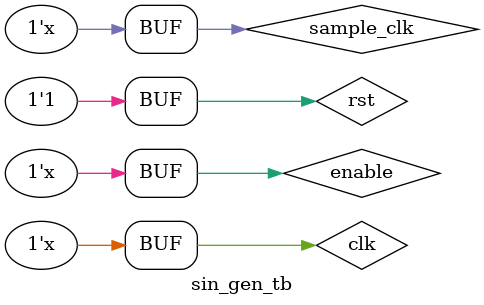
<source format=v>
module sin_gen(
	input clk,
	input sample_clk,
	input rst,
	input enable,
	output reg [7:0]out,
	output reg new_period,
	output reg start_conv,
	output reg phaze
);

reg [7:0]cnt;

reg sample_p;

always @(posedge clk)
begin
  if (rst)
  begin
		if(sample_p!=sample_clk)
		begin
			if((sample_clk==1'b1) && (enable==1'b1))
			begin
				cnt=cnt+1'b1;
			end
			sample_p=sample_clk;
		end
	
		
    case (cnt)

		8'd0:
		 begin
		 out<=8'd128;
		 start_conv<=1'b1;
		 new_period<=1'b1;
		 phaze<=1'b1;
		 end
		8'd1:
		 begin
		 out<=8'd131;
		 start_conv<=1'b0;
		 new_period<=1'b0;
		 end
		8'd2: out<=8'd134;
		8'd3: out<=8'd137;
		8'd4: out<=8'd140;
		8'd5: out<=8'd144;
		8'd6: out<=8'd147;
		8'd7: out<=8'd150;
		8'd8:
		 begin
		 out<=8'd153;
		 start_conv<=1'b1;
		 end
		8'd9:
		 begin
		 out<=8'd156;
		 start_conv<=1'b0;
		 end
		8'd10: out<=8'd159;
		8'd11: out<=8'd162;
		8'd12: out<=8'd165;
		8'd13: out<=8'd168;
		8'd14: out<=8'd171;
		8'd15: out<=8'd174;
		8'd16:
		 begin
		 out<=8'd177;
		 start_conv<=1'b1;
		 end
		8'd17:
		 begin
		 out<=8'd179;
		 start_conv<=1'b0;
		 end
		8'd18: out<=8'd182;
		8'd19: out<=8'd185;
		8'd20: out<=8'd188;
		8'd21: out<=8'd191;
		8'd22: out<=8'd193;
		8'd23: out<=8'd196;
		8'd24:
		 begin
		 out<=8'd199;
		 start_conv<=1'b1;
		 end
		8'd25:
		 begin
		 out<=8'd201;
		 start_conv<=1'b0;
		 end
		8'd26: out<=8'd204;
		8'd27: out<=8'd206;
		8'd28: out<=8'd209;
		8'd29: out<=8'd211;
		8'd30: out<=8'd213;
		8'd31: out<=8'd216;
		8'd32:
		 begin
		 out<=8'd218;
		 start_conv<=1'b1;
		 end
		8'd33:
		 begin
		 out<=8'd220;
		 start_conv<=1'b0;
		 end
		8'd34: out<=8'd222;
		8'd35: out<=8'd224;
		8'd36: out<=8'd226;
		8'd37: out<=8'd228;
		8'd38: out<=8'd230;
		8'd39: out<=8'd232;
		8'd40:
		 begin
		 out<=8'd234;
		 start_conv<=1'b1;
		 end
		8'd41:
		 begin
		 out<=8'd235;
		 start_conv<=1'b0;
		 end
		8'd42: out<=8'd237;
		8'd43: out<=8'd239;
		8'd44: out<=8'd240;
		8'd45: out<=8'd241;
		8'd46: out<=8'd243;
		8'd47: out<=8'd244;
		8'd48:
		 begin
		 out<=8'd245;
		 start_conv<=1'b1;
		 end
		8'd49:
		 begin
		 out<=8'd246;
		 start_conv<=1'b0;
		 end
		8'd50: out<=8'd248;
		8'd51: out<=8'd249;
		8'd52: out<=8'd250;
		8'd53: out<=8'd250;
		8'd54: out<=8'd251;
		8'd55: out<=8'd252;
		8'd56:
		 begin
		 out<=8'd253;
		 start_conv<=1'b1;
		 end
		8'd57:
		 begin
		 out<=8'd253;
		 start_conv<=1'b0;
		 end
		8'd58: out<=8'd254;
		8'd59: out<=8'd254;
		8'd60: out<=8'd254;
		8'd61: out<=8'd255;
		8'd62: out<=8'd255;
		8'd63: out<=8'd255;
		8'd64:
		 begin
		 out<=8'd255;
		 start_conv<=1'b1;
		 end
		8'd65:
		 begin
		 out<=8'd255;
		 start_conv<=1'b0;
		 end
		8'd66: out<=8'd255;
		8'd67: out<=8'd255;
		8'd68: out<=8'd254;
		8'd69: out<=8'd254;
		8'd70: out<=8'd254;
		8'd71: out<=8'd253;
		8'd72:
		 begin
		 out<=8'd253;
		 start_conv<=1'b1;
		 end
		8'd73:
		 begin
		 out<=8'd252;
		 start_conv<=1'b0;
		 end
		8'd74: out<=8'd251;
		8'd75: out<=8'd250;
		8'd76: out<=8'd250;
		8'd77: out<=8'd249;
		8'd78: out<=8'd248;
		8'd79: out<=8'd246;
		8'd80:
		 begin
		 out<=8'd245;
		 start_conv<=1'b1;
		 end
		8'd81:
		 begin
		 out<=8'd244;
		 start_conv<=1'b0;
		 end
		8'd82: out<=8'd243;
		8'd83: out<=8'd241;
		8'd84: out<=8'd240;
		8'd85: out<=8'd239;
		8'd86: out<=8'd237;
		8'd87: out<=8'd235;
		8'd88:
		 begin
		 out<=8'd234;
		 start_conv<=1'b1;
		 end
		8'd89:
		 begin
		 out<=8'd232;
		 start_conv<=1'b0;
		 end
		8'd90: out<=8'd230;
		8'd91: out<=8'd228;
		8'd92: out<=8'd226;
		8'd93: out<=8'd224;
		8'd94: out<=8'd222;
		8'd95: out<=8'd220;
		8'd96:
		 begin
		 out<=8'd218;
		 start_conv<=1'b1;
		 end
		8'd97:
		 begin
		 out<=8'd216;
		 start_conv<=1'b0;
		 end
		8'd98: out<=8'd213;
		8'd99: out<=8'd211;
		8'd100: out<=8'd209;
		8'd101: out<=8'd206;
		8'd102: out<=8'd204;
		8'd103: out<=8'd201;
		8'd104:
		 begin
		 out<=8'd199;
		 start_conv<=1'b1;
		 end
		8'd105:
		 begin
		 out<=8'd196;
		 start_conv<=1'b0;
		 end
		8'd106: out<=8'd193;
		8'd107: out<=8'd191;
		8'd108: out<=8'd188;
		8'd109: out<=8'd185;
		8'd110: out<=8'd182;
		8'd111: out<=8'd179;
		8'd112:
		 begin
		 out<=8'd177;
		 start_conv<=1'b1;
		 end
		8'd113:
		 begin
		 out<=8'd174;
		 start_conv<=1'b0;
		 end
		8'd114: out<=8'd171;
		8'd115: out<=8'd168;
		8'd116: out<=8'd165;
		8'd117: out<=8'd162;
		8'd118: out<=8'd159;
		8'd119: out<=8'd156;
		8'd120:
		 begin
		 out<=8'd153;
		 start_conv<=1'b1;
		 end
		8'd121:
		 begin
		 out<=8'd150;
		 start_conv<=1'b0;
		 end
		8'd122: out<=8'd147;
		8'd123: out<=8'd144;
		8'd124: out<=8'd140;
		8'd125: out<=8'd137;
		8'd126: out<=8'd134;
		8'd127: out<=8'd131;
		8'd128:
		 begin
		 out<=8'd128;
		 start_conv<=1'b1;
		 phaze<=1'b0;
		 end
		8'd129:
		 begin
		 out<=8'd125;
		 start_conv<=1'b0;
		 end
		8'd130: out<=8'd122;
		8'd131: out<=8'd119;
		8'd132: out<=8'd116;
		8'd133: out<=8'd112;
		8'd134: out<=8'd109;
		8'd135: out<=8'd106;
		8'd136:
		 begin
		 out<=8'd103;
		 start_conv<=1'b1;
		 end
		8'd137:
		 begin
		 out<=8'd100;
		 start_conv<=1'b0;
		 end
		8'd138: out<=8'd97;
		8'd139: out<=8'd94;
		8'd140: out<=8'd91;
		8'd141: out<=8'd88;
		8'd142: out<=8'd85;
		8'd143: out<=8'd82;
		8'd144:
		 begin
		 out<=8'd79;
		 start_conv<=1'b1;
		 end
		8'd145:
		 begin
		 out<=8'd77;
		 start_conv<=1'b0;
		 end
		8'd146: out<=8'd74;
		8'd147: out<=8'd71;
		8'd148: out<=8'd68;
		8'd149: out<=8'd65;
		8'd150: out<=8'd63;
		8'd151: out<=8'd60;
		8'd152:
		 begin
		 out<=8'd57;
		 start_conv<=1'b1;
		 end
		8'd153:
		 begin
		 out<=8'd55;
		 start_conv<=1'b0;
		 end
		8'd154: out<=8'd52;
		8'd155: out<=8'd50;
		8'd156: out<=8'd47;
		8'd157: out<=8'd45;
		8'd158: out<=8'd43;
		8'd159: out<=8'd40;
		8'd160:
		 begin
		 out<=8'd38;
		 start_conv<=1'b1;
		 end
		8'd161:
		 begin
		 out<=8'd36;
		 start_conv<=1'b0;
		 end
		8'd162: out<=8'd34;
		8'd163: out<=8'd32;
		8'd164: out<=8'd30;
		8'd165: out<=8'd28;
		8'd166: out<=8'd26;
		8'd167: out<=8'd24;
		8'd168:
		 begin
		 out<=8'd22;
		 start_conv<=1'b1;
		 end
		8'd169:
		 begin
		 out<=8'd21;
		 start_conv<=1'b0;
		 end
		8'd170: out<=8'd19;
		8'd171: out<=8'd17;
		8'd172: out<=8'd16;
		8'd173: out<=8'd15;
		8'd174: out<=8'd13;
		8'd175: out<=8'd12;
		8'd176:
		 begin
		 out<=8'd11;
		 start_conv<=1'b1;
		 end
		8'd177:
		 begin
		 out<=8'd10;
		 start_conv<=1'b0;
		 end
		8'd178: out<=8'd8;
		8'd179: out<=8'd7;
		8'd180: out<=8'd6;
		8'd181: out<=8'd6;
		8'd182: out<=8'd5;
		8'd183: out<=8'd4;
		8'd184:
		 begin
		 out<=8'd3;
		 start_conv<=1'b1;
		 end
		8'd185:
		 begin
		 out<=8'd3;
		 start_conv<=1'b0;
		 end
		8'd186: out<=8'd2;
		8'd187: out<=8'd2;
		8'd188: out<=8'd2;
		8'd189: out<=8'd1;
		8'd190: out<=8'd1;
		8'd191: out<=8'd1;
		8'd192:
		 begin
		 out<=8'd1;
		 start_conv<=1'b1;
		 end
		8'd193:
		 begin
		 out<=8'd1;
		 start_conv<=1'b0;
		 end
		8'd194: out<=8'd1;
		8'd195: out<=8'd1;
		8'd196: out<=8'd2;
		8'd197: out<=8'd2;
		8'd198: out<=8'd2;
		8'd199: out<=8'd3;
		8'd200:
		 begin
		 out<=8'd3;
		 start_conv<=1'b1;
		 end
		8'd201:
		 begin
		 out<=8'd4;
		 start_conv<=1'b0;
		 end
		8'd202: out<=8'd5;
		8'd203: out<=8'd6;
		8'd204: out<=8'd6;
		8'd205: out<=8'd7;
		8'd206: out<=8'd8;
		8'd207: out<=8'd10;
		8'd208:
		 begin
		 out<=8'd11;
		 start_conv<=1'b1;
		 end
		8'd209:
		 begin
		 out<=8'd12;
		 start_conv<=1'b0;
		 end
		8'd210: out<=8'd13;
		8'd211: out<=8'd15;
		8'd212: out<=8'd16;
		8'd213: out<=8'd17;
		8'd214: out<=8'd19;
		8'd215: out<=8'd21;
		8'd216:
		 begin
		 out<=8'd22;
		 start_conv<=1'b1;
		 end
		8'd217:
		 begin
		 out<=8'd24;
		 start_conv<=1'b0;
		 end
		8'd218: out<=8'd26;
		8'd219: out<=8'd28;
		8'd220: out<=8'd30;
		8'd221: out<=8'd32;
		8'd222: out<=8'd34;
		8'd223: out<=8'd36;
		8'd224:
		 begin
		 out<=8'd38;
		 start_conv<=1'b1;
		 end
		8'd225:
		 begin
		 out<=8'd40;
		 start_conv<=1'b0;
		 end
		8'd226: out<=8'd43;
		8'd227: out<=8'd45;
		8'd228: out<=8'd47;
		8'd229: out<=8'd50;
		8'd230: out<=8'd52;
		8'd231: out<=8'd55;
		8'd232:
		 begin
		 out<=8'd57;
		 start_conv<=1'b1;
		 end
		8'd233:
		 begin
		 out<=8'd60;
		 start_conv<=1'b0;
		 end
		8'd234: out<=8'd63;
		8'd235: out<=8'd65;
		8'd236: out<=8'd68;
		8'd237: out<=8'd71;
		8'd238: out<=8'd74;
		8'd239: out<=8'd77;
		8'd240:
		 begin
		 out<=8'd79;
		 start_conv<=1'b1;
		 end
		8'd241:
		 begin
		 out<=8'd82;
		 start_conv<=1'b0;
		 end
		8'd242: out<=8'd85;
		8'd243: out<=8'd88;
		8'd244: out<=8'd91;
		8'd245: out<=8'd94;
		8'd246: out<=8'd97;
		8'd247: out<=8'd100;
		8'd248:
		 begin
		 out<=8'd103;
		 start_conv<=1'b1;
		 end
		8'd249:
		 begin
		 out<=8'd106;
		 start_conv<=1'b0;
		 end
		8'd250: out<=8'd109;
		8'd251: out<=8'd112;
		8'd252: out<=8'd116;
		8'd253: out<=8'd119;
		8'd254: out<=8'd122;
		8'd255: out<=8'd125;
    endcase
	end
  else
	begin 
		out<=8'd128;
		new_period<=1'b0;
		start_conv<=1'b0;
		phaze<=1'b0;
		sample_p=1'b0;
		cnt<=8'b0;
	end
  
end
endmodule

//--------------------------------------
`timescale 1 ps/ 1 ps
module sin_gen_tb();

	reg clk;
	reg sample_clk;
	reg rst;
	reg enable;
	wire [7:0]out;
	wire new_period;
	wire start_conv;

	sin_gen test_sin_gen(.clk(clk),.sample_clk(sample_clk),.rst(rst),.enable(enable),.out(out),.new_period(new_period),.start_conv(start_conv));
	
	initial
	begin
		clk<=0;
		sample_clk<=0;
		enable<=1'b1;
		rst=0;
		#500
		rst=1;	
	end
	
   always 
		#5  clk =  ! clk;  
		
	always 
		#500  sample_clk =  ! sample_clk;  
		
	always
		#10000 enable =! enable;
	

endmodule

</source>
